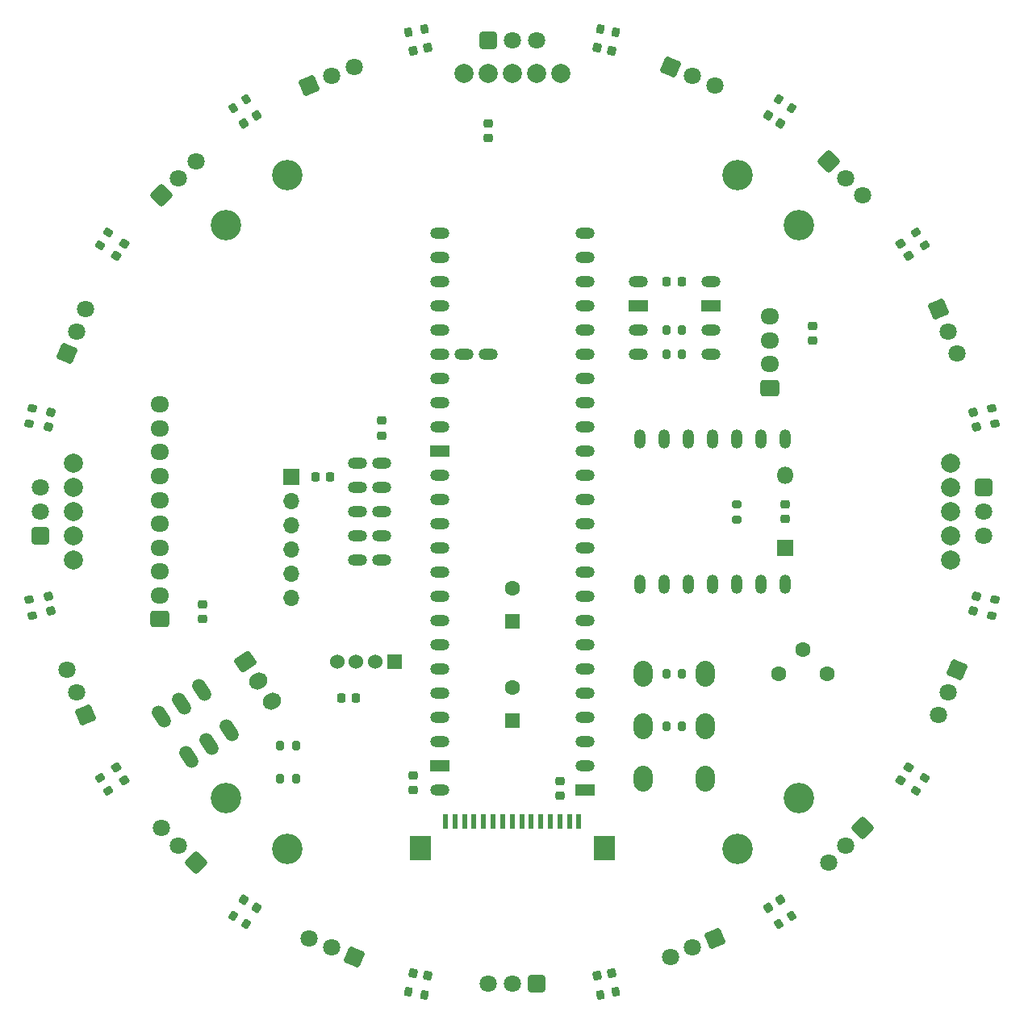
<source format=gbr>
%TF.GenerationSoftware,KiCad,Pcbnew,8.0.1*%
%TF.CreationDate,2024-11-10T20:11:21+09:00*%
%TF.ProjectId,Main-20240325,4d61696e-2d32-4303-9234-303332352e6b,rev?*%
%TF.SameCoordinates,Original*%
%TF.FileFunction,Soldermask,Bot*%
%TF.FilePolarity,Negative*%
%FSLAX46Y46*%
G04 Gerber Fmt 4.6, Leading zero omitted, Abs format (unit mm)*
G04 Created by KiCad (PCBNEW 8.0.1) date 2024-11-10 20:11:21*
%MOMM*%
%LPD*%
G01*
G04 APERTURE LIST*
G04 Aperture macros list*
%AMRoundRect*
0 Rectangle with rounded corners*
0 $1 Rounding radius*
0 $2 $3 $4 $5 $6 $7 $8 $9 X,Y pos of 4 corners*
0 Add a 4 corners polygon primitive as box body*
4,1,4,$2,$3,$4,$5,$6,$7,$8,$9,$2,$3,0*
0 Add four circle primitives for the rounded corners*
1,1,$1+$1,$2,$3*
1,1,$1+$1,$4,$5*
1,1,$1+$1,$6,$7*
1,1,$1+$1,$8,$9*
0 Add four rect primitives between the rounded corners*
20,1,$1+$1,$2,$3,$4,$5,0*
20,1,$1+$1,$4,$5,$6,$7,0*
20,1,$1+$1,$6,$7,$8,$9,0*
20,1,$1+$1,$8,$9,$2,$3,0*%
%AMHorizOval*
0 Thick line with rounded ends*
0 $1 width*
0 $2 $3 position (X,Y) of the first rounded end (center of the circle)*
0 $4 $5 position (X,Y) of the second rounded end (center of the circle)*
0 Add line between two ends*
20,1,$1,$2,$3,$4,$5,0*
0 Add two circle primitives to create the rounded ends*
1,1,$1,$2,$3*
1,1,$1,$4,$5*%
G04 Aperture macros list end*
%ADD10R,0.600000X1.500000*%
%ADD11R,2.300000X2.600000*%
%ADD12O,2.000000X2.700000*%
%ADD13C,3.200000*%
%ADD14O,2.000000X1.200000*%
%ADD15R,2.000000X1.200000*%
%ADD16C,2.000000*%
%ADD17R,1.800000X1.800000*%
%ADD18O,1.800000X1.800000*%
%ADD19R,1.700000X1.700000*%
%ADD20O,1.700000X1.700000*%
%ADD21O,1.200000X2.000000*%
%ADD22R,1.600000X1.600000*%
%ADD23C,1.600000*%
%ADD24R,1.524000X1.524000*%
%ADD25C,1.524000*%
%ADD26RoundRect,0.250000X0.725000X-0.600000X0.725000X0.600000X-0.725000X0.600000X-0.725000X-0.600000X0*%
%ADD27O,1.950000X1.700000*%
%ADD28RoundRect,0.200000X-0.013512X-0.339768X0.319076X-0.117540X0.013512X0.339768X-0.319076X0.117540X0*%
%ADD29RoundRect,0.200000X0.117540X-0.319076X0.339768X0.013512X-0.117540X0.319076X-0.339768X-0.013512X0*%
%ADD30RoundRect,0.250200X0.649800X0.649800X-0.649800X0.649800X-0.649800X-0.649800X0.649800X-0.649800X0*%
%ADD31C,1.800000*%
%ADD32RoundRect,0.200000X0.013512X0.339768X-0.319076X0.117540X-0.013512X-0.339768X0.319076X-0.117540X0*%
%ADD33RoundRect,0.250200X-0.351669X0.849005X-0.849005X-0.351669X0.351669X-0.849005X0.849005X0.351669X0*%
%ADD34HorizOval,1.400000X0.305564X-0.457308X-0.305564X0.457308X0*%
%ADD35RoundRect,0.200000X-0.308734X0.142507X-0.230698X-0.249807X0.308734X-0.142507X0.230698X0.249807X0*%
%ADD36RoundRect,0.250200X0.649800X-0.649800X0.649800X0.649800X-0.649800X0.649800X-0.649800X-0.649800X0*%
%ADD37RoundRect,0.200000X-0.200000X-0.275000X0.200000X-0.275000X0.200000X0.275000X-0.200000X0.275000X0*%
%ADD38RoundRect,0.225000X0.269449X0.201301X-0.171904X0.289092X-0.269449X-0.201301X0.171904X-0.289092X0*%
%ADD39RoundRect,0.250200X-0.849005X-0.351669X0.351669X-0.849005X0.849005X0.351669X-0.351669X0.849005X0*%
%ADD40RoundRect,0.200000X-0.117540X0.319076X-0.339768X-0.013512X0.117540X-0.319076X0.339768X0.013512X0*%
%ADD41RoundRect,0.250200X0.918956X0.000000X0.000000X0.918956X-0.918956X0.000000X0.000000X-0.918956X0*%
%ADD42RoundRect,0.250200X0.000000X-0.918956X0.918956X0.000000X0.000000X0.918956X-0.918956X0.000000X0*%
%ADD43RoundRect,0.225000X-0.171904X-0.289092X0.269449X-0.201301X0.171904X0.289092X-0.269449X0.201301X0*%
%ADD44RoundRect,0.200000X0.319076X0.117540X-0.013512X0.339768X-0.319076X-0.117540X0.013512X-0.339768X0*%
%ADD45RoundRect,0.225000X0.048188X0.332871X-0.325973X0.082864X-0.048188X-0.332871X0.325973X-0.082864X0*%
%ADD46RoundRect,0.225000X0.250000X-0.225000X0.250000X0.225000X-0.250000X0.225000X-0.250000X-0.225000X0*%
%ADD47RoundRect,0.200000X0.142507X0.308734X-0.249807X0.230698X-0.142507X-0.308734X0.249807X-0.230698X0*%
%ADD48RoundRect,0.225000X-0.250000X0.225000X-0.250000X-0.225000X0.250000X-0.225000X0.250000X0.225000X0*%
%ADD49RoundRect,0.250200X0.000000X0.918956X-0.918956X0.000000X0.000000X-0.918956X0.918956X0.000000X0*%
%ADD50RoundRect,0.250200X-0.918956X0.000000X0.000000X-0.918956X0.918956X0.000000X0.000000X0.918956X0*%
%ADD51RoundRect,0.225000X0.225000X0.250000X-0.225000X0.250000X-0.225000X-0.250000X0.225000X-0.250000X0*%
%ADD52RoundRect,0.225000X0.171904X0.289092X-0.269449X0.201301X-0.171904X-0.289092X0.269449X-0.201301X0*%
%ADD53RoundRect,0.225000X-0.225000X-0.250000X0.225000X-0.250000X0.225000X0.250000X-0.225000X0.250000X0*%
%ADD54RoundRect,0.200000X0.200000X0.275000X-0.200000X0.275000X-0.200000X-0.275000X0.200000X-0.275000X0*%
%ADD55RoundRect,0.225000X0.082864X-0.325973X0.332871X0.048188X-0.082864X0.325973X-0.332871X-0.048188X0*%
%ADD56RoundRect,0.225000X-0.332871X0.048188X-0.082864X-0.325973X0.332871X-0.048188X0.082864X0.325973X0*%
%ADD57RoundRect,0.200000X0.339768X-0.013512X0.117540X0.319076X-0.339768X0.013512X-0.117540X-0.319076X0*%
%ADD58RoundRect,0.225000X-0.082864X0.325973X-0.332871X-0.048188X0.082864X-0.325973X0.332871X0.048188X0*%
%ADD59RoundRect,0.225000X-0.325973X-0.082864X0.048188X-0.332871X0.325973X0.082864X-0.048188X0.332871X0*%
%ADD60RoundRect,0.250200X-0.351669X-0.849005X0.849005X-0.351669X0.351669X0.849005X-0.849005X0.351669X0*%
%ADD61RoundRect,0.250000X-0.936158X0.096093X-0.269473X-0.901670X0.936158X-0.096093X0.269473X0.901670X0*%
%ADD62HorizOval,1.700000X-0.103934X-0.069446X0.103934X0.069446X0*%
%ADD63RoundRect,0.250200X0.351669X0.849005X-0.849005X0.351669X-0.351669X-0.849005X0.849005X-0.351669X0*%
%ADD64RoundRect,0.250200X0.351669X-0.849005X0.849005X0.351669X-0.351669X0.849005X-0.849005X-0.351669X0*%
%ADD65RoundRect,0.225000X-0.201301X0.269449X-0.289092X-0.171904X0.201301X-0.269449X0.289092X0.171904X0*%
%ADD66RoundRect,0.250200X-0.849005X0.351669X-0.351669X-0.849005X0.849005X-0.351669X0.351669X0.849005X0*%
%ADD67RoundRect,0.225000X0.332871X-0.048188X0.082864X0.325973X-0.332871X0.048188X-0.082864X-0.325973X0*%
%ADD68RoundRect,0.200000X0.249807X0.230698X-0.142507X0.308734X-0.249807X-0.230698X0.142507X-0.308734X0*%
%ADD69RoundRect,0.225000X-0.269449X-0.201301X0.171904X-0.289092X0.269449X0.201301X-0.171904X0.289092X0*%
%ADD70RoundRect,0.200000X0.308734X-0.142507X0.230698X0.249807X-0.308734X0.142507X-0.230698X-0.249807X0*%
%ADD71RoundRect,0.225000X0.325973X0.082864X-0.048188X0.332871X-0.325973X-0.082864X0.048188X-0.332871X0*%
%ADD72RoundRect,0.250200X-0.649800X0.649800X-0.649800X-0.649800X0.649800X-0.649800X0.649800X0.649800X0*%
%ADD73RoundRect,0.225000X-0.289092X0.171904X-0.201301X-0.269449X0.289092X-0.171904X0.201301X0.269449X0*%
%ADD74RoundRect,0.200000X0.275000X-0.200000X0.275000X0.200000X-0.275000X0.200000X-0.275000X-0.200000X0*%
%ADD75RoundRect,0.225000X-0.048188X-0.332871X0.325973X-0.082864X0.048188X0.332871X-0.325973X0.082864X0*%
%ADD76RoundRect,0.200000X-0.249807X-0.230698X0.142507X-0.308734X0.249807X0.230698X-0.142507X0.308734X0*%
%ADD77RoundRect,0.200000X-0.142507X-0.308734X0.249807X-0.230698X0.142507X0.308734X-0.249807X0.230698X0*%
%ADD78RoundRect,0.200000X-0.230698X0.249807X-0.308734X-0.142507X0.230698X-0.249807X0.308734X0.142507X0*%
%ADD79RoundRect,0.250200X-0.649800X-0.649800X0.649800X-0.649800X0.649800X0.649800X-0.649800X0.649800X0*%
%ADD80RoundRect,0.225000X0.289092X-0.171904X0.201301X0.269449X-0.289092X0.171904X-0.201301X-0.269449X0*%
%ADD81RoundRect,0.200000X0.230698X-0.249807X0.308734X0.142507X-0.230698X0.249807X-0.308734X-0.142507X0*%
%ADD82RoundRect,0.225000X0.201301X-0.269449X0.289092X0.171904X-0.201301X0.269449X-0.289092X-0.171904X0*%
%ADD83RoundRect,0.250200X0.849005X-0.351669X0.351669X0.849005X-0.849005X0.351669X-0.351669X-0.849005X0*%
%ADD84RoundRect,0.200000X-0.339768X0.013512X-0.117540X-0.319076X0.339768X-0.013512X0.117540X0.319076X0*%
%ADD85RoundRect,0.200000X-0.319076X-0.117540X0.013512X-0.339768X0.319076X0.117540X-0.013512X0.339768X0*%
%ADD86RoundRect,0.250200X0.849005X0.351669X-0.351669X0.849005X-0.849005X-0.351669X0.351669X-0.849005X0*%
G04 APERTURE END LIST*
D10*
%TO.C,J5*%
X7620000Y-31790000D03*
X6620000Y-31790000D03*
X5620000Y-31790000D03*
X4620000Y-31790000D03*
X3620000Y-31790000D03*
X2620000Y-31790000D03*
X1620000Y-31790000D03*
X620000Y-31790000D03*
X-380000Y-31790000D03*
X-1380000Y-31790000D03*
X-2380000Y-31790000D03*
X-3380000Y-31790000D03*
X-4380000Y-31790000D03*
X-5380000Y-31790000D03*
X-6380000Y-31790000D03*
D11*
X10270000Y-34540000D03*
X-9030000Y-34540000D03*
%TD*%
D12*
%TO.C,SW4*%
X14370000Y-21790000D03*
X20870000Y-21790000D03*
%TD*%
%TO.C,SW3*%
X20870000Y-16290000D03*
X14370000Y-16290000D03*
%TD*%
%TO.C,SW2*%
X14370000Y-27290000D03*
X20870000Y-27290000D03*
%TD*%
D13*
%TO.C,REF\u002A\u002A*%
X30672038Y-29342038D03*
%TD*%
D14*
%TO.C,U1*%
X8240000Y-25960000D03*
X8240000Y-23420000D03*
X8240000Y-20880000D03*
X8240000Y-18340000D03*
X8240000Y7060000D03*
X-7000000Y-23420000D03*
X8240000Y-15800000D03*
X8240000Y-13260000D03*
X8240000Y-10720000D03*
X8240000Y-8180000D03*
X8240000Y-5640000D03*
X8240000Y-3100000D03*
X8240000Y-560000D03*
X8240000Y1980000D03*
X8240000Y4520000D03*
X-7000000Y4520000D03*
X-7000000Y1980000D03*
X-7000000Y-560000D03*
X-7000000Y-3100000D03*
X-7000000Y-5640000D03*
X-7000000Y-8180000D03*
X-7000000Y-10720000D03*
X-7000000Y-13260000D03*
X-7000000Y-15800000D03*
X-7000000Y-18340000D03*
X-7000000Y-20880000D03*
X8240000Y9600000D03*
X8240000Y12140000D03*
X8240000Y14680000D03*
X8240000Y17220000D03*
X8240000Y19760000D03*
X8240000Y22300000D03*
X8240000Y24840000D03*
X8240000Y27380000D03*
X8240000Y29920000D03*
X-7000000Y29920000D03*
X-7000000Y27380000D03*
X-7000000Y24840000D03*
X-7000000Y22300000D03*
X-7000000Y19760000D03*
X-7000000Y17220000D03*
X-7000000Y14680000D03*
X-7000000Y12140000D03*
X-7000000Y9600000D03*
D15*
X8240000Y-28500000D03*
X-7000000Y-25960000D03*
X-7000000Y7060000D03*
D14*
X-4460000Y17220000D03*
X-1920000Y17220000D03*
X-7000000Y-28500000D03*
%TD*%
D16*
%TO.C,J8*%
X-4460000Y46710000D03*
X-1920000Y46710000D03*
X620000Y46710000D03*
X3160000Y46710000D03*
X5700000Y46710000D03*
%TD*%
D14*
%TO.C,U2*%
X13810000Y24840000D03*
D15*
X13810000Y22300000D03*
D14*
X13810000Y19760000D03*
X13810000Y17220000D03*
X21430000Y17220000D03*
X21430000Y19760000D03*
D15*
X21430000Y22300000D03*
D14*
X21430000Y24840000D03*
%TD*%
D17*
%TO.C,D5*%
X29235000Y-3100000D03*
D18*
X29235000Y4520000D03*
%TD*%
D16*
%TO.C,J10*%
X46620000Y5790000D03*
X46620000Y3250000D03*
X46620000Y710000D03*
X46620000Y-1830000D03*
X46620000Y-4370000D03*
%TD*%
D13*
%TO.C,REF\u002A\u002A*%
X-29432038Y-29342038D03*
%TD*%
%TO.C,REF\u002A\u002A*%
X-22991735Y36047459D03*
%TD*%
%TO.C,REF\u002A\u002A*%
X24231735Y36047459D03*
%TD*%
D19*
%TO.C,J2*%
X-22590000Y4410000D03*
D20*
X-22590000Y1870000D03*
X-22590000Y-670000D03*
X-22590000Y-3210000D03*
X-22590000Y-5750000D03*
X-22590000Y-8290000D03*
%TD*%
D13*
%TO.C,REF\u002A\u002A*%
X24231735Y-34627459D03*
%TD*%
D21*
%TO.C,U19*%
X29240000Y8330000D03*
X26700000Y8330000D03*
X24160000Y8330000D03*
X21620000Y8330000D03*
X19080000Y8330000D03*
X16540000Y8330000D03*
X14000000Y8330000D03*
X14000000Y-6910000D03*
X16540000Y-6910000D03*
X19080000Y-6910000D03*
X21620000Y-6910000D03*
X24160000Y-6910000D03*
X26700000Y-6910000D03*
X29240000Y-6910000D03*
%TD*%
D13*
%TO.C,REF\u002A\u002A*%
X-22991735Y-34627459D03*
%TD*%
%TO.C,REF\u002A\u002A*%
X30672038Y30762038D03*
%TD*%
D14*
%TO.C,J4*%
X-15632500Y5790000D03*
X-13092500Y5790000D03*
X-15632500Y3250000D03*
X-13092500Y3250000D03*
X-15632500Y710000D03*
X-13092500Y710000D03*
X-15632500Y-1830000D03*
X-13092500Y-1830000D03*
X-15632500Y-4370000D03*
X-13092500Y-4370000D03*
%TD*%
D22*
%TO.C,C1*%
X620000Y-21192651D03*
D23*
X620000Y-17692651D03*
%TD*%
D13*
%TO.C,REF\u002A\u002A*%
X-29432038Y30762038D03*
%TD*%
D22*
%TO.C,C2*%
X620000Y-10790000D03*
D23*
X620000Y-7290000D03*
%TD*%
D24*
%TO.C,J3*%
X-11757500Y-14997500D03*
D25*
X-13757500Y-14997500D03*
X-15757500Y-14997500D03*
X-17757500Y-14997500D03*
%TD*%
D23*
%TO.C,RV1*%
X28580000Y-16290000D03*
X31120000Y-13750000D03*
X33660000Y-16290000D03*
%TD*%
D16*
%TO.C,J9*%
X-45380000Y-4370000D03*
X-45380000Y-1830000D03*
X-45380000Y710000D03*
X-45380000Y3250000D03*
X-45380000Y5790000D03*
%TD*%
D26*
%TO.C,J7*%
X-36355000Y-10540000D03*
D27*
X-36355000Y-8040000D03*
X-36355000Y-5540000D03*
X-36355000Y-3040000D03*
X-36355000Y-540000D03*
X-36355000Y1960000D03*
X-36355000Y4460000D03*
X-36355000Y6960000D03*
X-36355000Y9460000D03*
X-36355000Y11960000D03*
%TD*%
D28*
%TO.C,R19*%
X28545905Y-42569029D03*
X29917829Y-41652339D03*
%TD*%
D29*
%TO.C,R20*%
X42982341Y-28587829D03*
X43899031Y-27215905D03*
%TD*%
D30*
%TO.C,U11*%
X3160000Y-48789999D03*
D31*
X620000Y-48789999D03*
X-1920000Y-48789999D03*
%TD*%
D32*
%TO.C,R9*%
X-27305903Y43989029D03*
X-28677827Y43072339D03*
%TD*%
D33*
%TO.C,U14*%
X47324052Y-15886174D03*
D31*
X46352036Y-18232828D03*
X45380020Y-20579482D03*
%TD*%
D34*
%TO.C,SW1*%
X-29115703Y-22213592D03*
X-31227636Y-23624741D03*
X-33339568Y-25035889D03*
X-31938000Y-17989727D03*
X-34049932Y-19400875D03*
X-36161865Y-20812024D03*
%TD*%
D35*
%TO.C,R12*%
X-50051391Y-8528003D03*
X-49729491Y-10146299D03*
%TD*%
D36*
%TO.C,U7*%
X-48880000Y-1829999D03*
D31*
X-48880000Y710001D03*
X-48880000Y3250001D03*
%TD*%
D37*
%TO.C,R5*%
X-23705000Y-27290000D03*
X-22055000Y-27290000D03*
%TD*%
D38*
%TO.C,C20*%
X-8276862Y-47990067D03*
X-9797080Y-47687677D03*
%TD*%
D39*
%TO.C,U18*%
X17216175Y47414053D03*
D31*
X19562829Y46442037D03*
X21909483Y45470021D03*
%TD*%
D40*
%TO.C,R10*%
X-41742339Y30007829D03*
X-42659029Y28635905D03*
%TD*%
D41*
%TO.C,U9*%
X-32585734Y-36087835D03*
D31*
X-34381785Y-34291784D03*
X-36177836Y-32495733D03*
%TD*%
D42*
%TO.C,U5*%
X-36177836Y33915735D03*
D31*
X-34381785Y35711786D03*
X-32585734Y37507837D03*
%TD*%
D43*
%TO.C,C13*%
X-9797080Y49107677D03*
X-8276862Y49410067D03*
%TD*%
D44*
%TO.C,R24*%
X29917830Y43072340D03*
X28545906Y43989030D03*
%TD*%
D45*
%TO.C,C22*%
X28765114Y-40017177D03*
X27476336Y-40878311D03*
%TD*%
D46*
%TO.C,C11*%
X-13090000Y8710000D03*
X-13090000Y10260000D03*
%TD*%
D47*
%TO.C,R8*%
X-8618003Y51381392D03*
X-10236299Y51059492D03*
%TD*%
D46*
%TO.C,C3*%
X-9750000Y-28500000D03*
X-9750000Y-26950000D03*
%TD*%
D48*
%TO.C,C12*%
X-1920000Y41485000D03*
X-1920000Y39935000D03*
%TD*%
D49*
%TO.C,U13*%
X37417836Y-32495733D03*
D31*
X35621785Y-34291784D03*
X33825734Y-36087835D03*
%TD*%
D50*
%TO.C,U17*%
X33825734Y37507837D03*
D31*
X35621785Y35711786D03*
X37417836Y33915735D03*
%TD*%
D51*
%TO.C,C7*%
X-15765000Y-18790000D03*
X-17315000Y-18790000D03*
%TD*%
D52*
%TO.C,C21*%
X11037080Y-47687675D03*
X9516862Y-47990065D03*
%TD*%
D46*
%TO.C,C8*%
X-31840000Y-10540000D03*
X-31840000Y-8990000D03*
%TD*%
D53*
%TO.C,C4*%
X16845000Y24840000D03*
X18395000Y24840000D03*
%TD*%
D54*
%TO.C,R16*%
X18445000Y-16290000D03*
X16795000Y-16290000D03*
%TD*%
D55*
%TO.C,C15*%
X-40968312Y27566338D03*
X-40107178Y28855116D03*
%TD*%
D56*
%TO.C,C26*%
X41347178Y28855115D03*
X42208312Y27566337D03*
%TD*%
D57*
%TO.C,R23*%
X43899030Y28635904D03*
X42982340Y30007828D03*
%TD*%
D54*
%TO.C,R17*%
X16795000Y-21790000D03*
X18445000Y-21790000D03*
%TD*%
D46*
%TO.C,C6*%
X32160000Y18685000D03*
X32160000Y20235000D03*
%TD*%
D58*
%TO.C,C23*%
X42208312Y-26146336D03*
X41347178Y-27435114D03*
%TD*%
D59*
%TO.C,C27*%
X27476337Y42298313D03*
X28765115Y41437179D03*
%TD*%
D60*
%TO.C,U4*%
X-20669483Y45470021D03*
D31*
X-18322829Y46442037D03*
X-15976175Y47414053D03*
%TD*%
D61*
%TO.C,J1*%
X-27375954Y-14989574D03*
D62*
X-25987028Y-17068248D03*
X-24598103Y-19146922D03*
%TD*%
D63*
%TO.C,U12*%
X21909483Y-44050019D03*
D31*
X19562829Y-45022035D03*
X17216175Y-45994051D03*
%TD*%
D54*
%TO.C,R4*%
X18445000Y17220000D03*
X16795000Y17220000D03*
%TD*%
D64*
%TO.C,U6*%
X-46084052Y17306176D03*
D31*
X-45112036Y19652830D03*
X-44140020Y21999484D03*
%TD*%
D48*
%TO.C,C5*%
X29235000Y1485000D03*
X29235000Y-65000D03*
%TD*%
D65*
%TO.C,C24*%
X49320065Y-8186860D03*
X49017675Y-9707078D03*
%TD*%
D66*
%TO.C,U16*%
X45380020Y21999484D03*
D31*
X46352036Y19652830D03*
X47324052Y17306176D03*
%TD*%
D67*
%TO.C,C18*%
X-40107178Y-27435114D03*
X-40968312Y-26146336D03*
%TD*%
D68*
%TO.C,R25*%
X11476300Y51059491D03*
X9858004Y51381391D03*
%TD*%
D69*
%TO.C,C28*%
X9516861Y49410066D03*
X11037079Y49107676D03*
%TD*%
D70*
%TO.C,R22*%
X51291393Y9948004D03*
X50969493Y11566300D03*
%TD*%
D71*
%TO.C,C19*%
X-26236337Y-40878311D03*
X-27525115Y-40017177D03*
%TD*%
D72*
%TO.C,U15*%
X50120000Y3250000D03*
D31*
X50120000Y710000D03*
X50120000Y-1830000D03*
%TD*%
D73*
%TO.C,C25*%
X49017676Y11127080D03*
X49320066Y9606862D03*
%TD*%
D37*
%TO.C,R7*%
X-23705000Y-23790000D03*
X-22055000Y-23790000D03*
%TD*%
D74*
%TO.C,R6*%
X24160000Y-115000D03*
X24160000Y1535000D03*
%TD*%
D75*
%TO.C,C14*%
X-27525115Y41437179D03*
X-26236337Y42298313D03*
%TD*%
D54*
%TO.C,R3*%
X18445000Y19760000D03*
X16795000Y19760000D03*
%TD*%
D76*
%TO.C,R15*%
X-10236298Y-49639491D03*
X-8618002Y-49961391D03*
%TD*%
D77*
%TO.C,R18*%
X9858004Y-49961392D03*
X11476300Y-49639492D03*
%TD*%
D78*
%TO.C,R11*%
X-49729490Y11566299D03*
X-50051390Y9948003D03*
%TD*%
D46*
%TO.C,C10*%
X5620000Y-27515000D03*
X5620000Y-29065000D03*
%TD*%
D79*
%TO.C,U3*%
X-1920000Y50210001D03*
D31*
X620000Y50210001D03*
X3160000Y50210001D03*
%TD*%
D80*
%TO.C,C17*%
X-47777677Y-9707079D03*
X-48080067Y-8186861D03*
%TD*%
D81*
%TO.C,R21*%
X50969492Y-10146299D03*
X51291392Y-8528003D03*
%TD*%
D26*
%TO.C,J6*%
X27620000Y13710000D03*
D27*
X27620000Y16210000D03*
X27620000Y18710000D03*
X27620000Y21210000D03*
%TD*%
D53*
%TO.C,C9*%
X-20015000Y4410000D03*
X-18465000Y4410000D03*
%TD*%
D82*
%TO.C,C16*%
X-48080066Y9606862D03*
X-47777676Y11127080D03*
%TD*%
D83*
%TO.C,U8*%
X-44140020Y-20579482D03*
D31*
X-45112036Y-18232828D03*
X-46084052Y-15886174D03*
%TD*%
D84*
%TO.C,R13*%
X-42659028Y-27215904D03*
X-41742338Y-28587828D03*
%TD*%
D85*
%TO.C,R14*%
X-28677828Y-41652340D03*
X-27305904Y-42569030D03*
%TD*%
D86*
%TO.C,U10*%
X-15976175Y-45994051D03*
D31*
X-18322829Y-45022035D03*
X-20669483Y-44050019D03*
%TD*%
M02*

</source>
